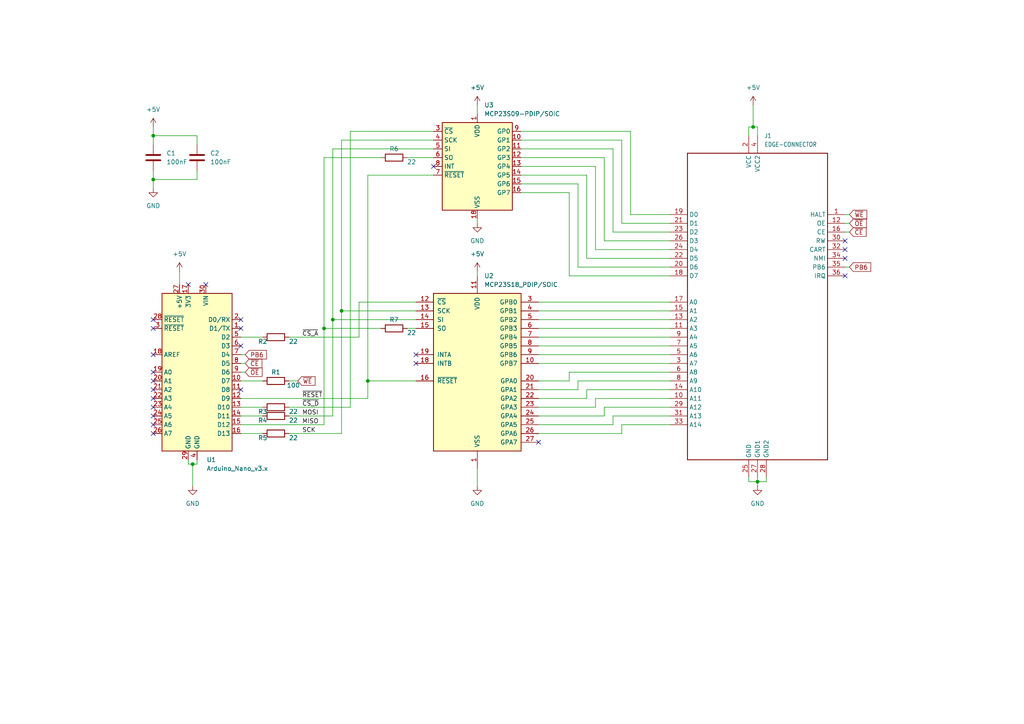
<source format=kicad_sch>
(kicad_sch (version 20211123) (generator eeschema)
  (paper "A4")
  (lib_symbols
    (symbol "Device:C" (pin_numbers hide) (pin_names (offset 0.254))
      (property "Reference" "C" (at 0.635 2.54 0))
      (property "Value" "C" (at 0.635 -2.54 0))
      (symbol "C_0_1"
        (polyline (pts (xy -2.032 -0.762) (xy 2.032 -0.762)) (stroke (width 0.508)))
        (polyline (pts (xy -2.032 0.762) (xy 2.032 0.762)) (stroke (width 0.508)))
      )
      (symbol "C_1_1"
        (pin passive line (at 0 3.81 270) (length 2.794) (name "~") (number "1"))
        (pin passive line (at 0 -3.81 90) (length 2.794) (name "~") (number "2"))
      )
    )
    (symbol "Device:R" (pin_numbers hide) (pin_names (offset 0))
      (property "Reference" "R" (at 2.032 0 90))
      (property "Value" "R" (at 0 0 90))
      (symbol "R_0_1"
        (rectangle (start -1.016 -2.54) (end 1.016 2.54) (stroke (width 0.254)))
      )
      (symbol "R_1_1"
        (pin passive line (at 0 3.81 270) (length 1.27) (name "~") (number "1"))
        (pin passive line (at 0 -3.81 90) (length 1.27) (name "~") (number "2"))
      )
    )
    (symbol "MCP23S08:MCP23S08-xP"
      (property "Reference" "U3" (at 2.0194 17.78 0))
      (property "Value" "MCP23S09-PDIP{slash}SOIC" (at 2.0194 15.24 0))
      (symbol "MCP23S08-xP_0_1"
        (rectangle (start -10.16 12.7) (end 10.16 -12.7) (stroke (width 0.254)) (fill (type background)))
      )
      (symbol "MCP23S08-xP_1_1"
        (pin power_in line (at 0 15.24 270) (length 2.54) (name "VDD") (number "1"))
        (pin bidirectional line (at 12.7 7.62 180) (length 2.54) (name "GP1") (number "10"))
        (pin bidirectional line (at 12.7 5.08 180) (length 2.54) (name "GP2") (number "11"))
        (pin bidirectional line (at 12.7 2.54 180) (length 2.54) (name "GP3") (number "12"))
        (pin bidirectional line (at 12.7 0 180) (length 2.54) (name "GP4") (number "13"))
        (pin bidirectional line (at 12.7 -2.54 180) (length 2.54) (name "GP5") (number "14"))
        (pin bidirectional line (at 12.7 -5.08 180) (length 2.54) (name "GP6") (number "15"))
        (pin bidirectional line (at 12.7 -7.62 180) (length 2.54) (name "GP7") (number "16"))
        (pin no_connect line (at -12.7 -10.16 0) (length 2.54) hide (name "NC") (number "17"))
        (pin power_in line (at 0 -15.24 90) (length 2.54) (name "VSS") (number "18"))
        (pin no_connect line (at -12.7 -7.62 0) (length 2.54) hide (name "NC") (number "2"))
        (pin input line (at -12.7 10.16 0) (length 2.54) (name "~{CS}") (number "3"))
        (pin input line (at -12.7 7.62 0) (length 2.54) (name "SCK") (number "4"))
        (pin input line (at -12.7 5.08 0) (length 2.54) (name "SI") (number "5"))
        (pin output line (at -12.7 2.54 0) (length 2.54) (name "SO") (number "6"))
        (pin input line (at -12.7 -2.54 0) (length 2.54) (name "~{RESET}") (number "7"))
        (pin output line (at -12.7 0 0) (length 2.54) (name "INT") (number "8"))
        (pin bidirectional line (at 12.7 10.16 180) (length 2.54) (name "GP0") (number "9"))
      )
    )
    (symbol "MCU_Module:Arduino_Nano_v3.x"
      (property "Reference" "A" (at -10.16 23.495 0))
      (property "Value" "Arduino_Nano_v3.x" (at 5.08 -24.13 0))
      (symbol "Arduino_Nano_v3.x_0_1"
        (rectangle (start -10.16 22.86) (end 10.16 -22.86) (stroke (width 0.254)) (fill (type background)))
      )
      (symbol "Arduino_Nano_v3.x_1_1"
        (pin bidirectional line (at -12.7 12.7 0) (length 2.54) (name "D1/TX") (number "1"))
        (pin bidirectional line (at -12.7 -2.54 0) (length 2.54) (name "D7") (number "10"))
        (pin bidirectional line (at -12.7 -5.08 0) (length 2.54) (name "D8") (number "11"))
        (pin bidirectional line (at -12.7 -7.62 0) (length 2.54) (name "D9") (number "12"))
        (pin bidirectional line (at -12.7 -10.16 0) (length 2.54) (name "D10") (number "13"))
        (pin bidirectional line (at -12.7 -12.7 0) (length 2.54) (name "D11") (number "14"))
        (pin bidirectional line (at -12.7 -15.24 0) (length 2.54) (name "D12") (number "15"))
        (pin bidirectional line (at -12.7 -17.78 0) (length 2.54) (name "D13") (number "16"))
        (pin power_out line (at 2.54 25.4 270) (length 2.54) (name "3V3") (number "17"))
        (pin input line (at 12.7 5.08 180) (length 2.54) (name "AREF") (number "18"))
        (pin bidirectional line (at 12.7 0 180) (length 2.54) (name "A0") (number "19"))
        (pin bidirectional line (at -12.7 15.24 0) (length 2.54) (name "D0/RX") (number "2"))
        (pin bidirectional line (at 12.7 -2.54 180) (length 2.54) (name "A1") (number "20"))
        (pin bidirectional line (at 12.7 -5.08 180) (length 2.54) (name "A2") (number "21"))
        (pin bidirectional line (at 12.7 -7.62 180) (length 2.54) (name "A3") (number "22"))
        (pin bidirectional line (at 12.7 -10.16 180) (length 2.54) (name "A4") (number "23"))
        (pin bidirectional line (at 12.7 -12.7 180) (length 2.54) (name "A5") (number "24"))
        (pin bidirectional line (at 12.7 -15.24 180) (length 2.54) (name "A6") (number "25"))
        (pin bidirectional line (at 12.7 -17.78 180) (length 2.54) (name "A7") (number "26"))
        (pin power_out line (at 5.08 25.4 270) (length 2.54) (name "+5V") (number "27"))
        (pin input line (at 12.7 15.24 180) (length 2.54) (name "~{RESET}") (number "28"))
        (pin power_in line (at 2.54 -25.4 90) (length 2.54) (name "GND") (number "29"))
        (pin input line (at 12.7 12.7 180) (length 2.54) (name "~{RESET}") (number "3"))
        (pin power_in line (at -2.54 25.4 270) (length 2.54) (name "VIN") (number "30"))
        (pin power_in line (at 0 -25.4 90) (length 2.54) (name "GND") (number "4"))
        (pin bidirectional line (at -12.7 10.16 0) (length 2.54) (name "D2") (number "5"))
        (pin bidirectional line (at -12.7 7.62 0) (length 2.54) (name "D3") (number "6"))
        (pin bidirectional line (at -12.7 5.08 0) (length 2.54) (name "D4") (number "7"))
        (pin bidirectional line (at -12.7 2.54 0) (length 2.54) (name "D5") (number "8"))
        (pin bidirectional line (at -12.7 0 0) (length 2.54) (name "D6") (number "9"))
      )
    )
    (symbol "Vectrex:EDGE-CONNECTOR"
      (property "Value" "EDGE-CONNECTOR" (at 22.86 -55.88 0))
      (symbol "EDGE-CONNECTOR_1_0"
        (polyline (pts (xy -7.62 -53.34) (xy -7.62 35.56)) (stroke (width 0.254)))
        (polyline (pts (xy -7.62 35.56) (xy 33.02 35.56)) (stroke (width 0.254)))
        (polyline (pts (xy 33.02 -53.34) (xy -7.62 -53.34)) (stroke (width 0.254)))
        (polyline (pts (xy 33.02 35.56) (xy 33.02 -53.34)) (stroke (width 0.254)))
        (pin bidirectional line (at 38.1 17.78 180) (length 5.08) (name "HALT") (number "1"))
        (pin bidirectional line (at -12.7 -35.56 0) (length 5.08) (name "A11") (number "10"))
        (pin bidirectional line (at -12.7 -15.24 0) (length 5.08) (name "A3") (number "11"))
        (pin bidirectional line (at 38.1 15.24 180) (length 5.08) (name "OE") (number "12"))
        (pin bidirectional line (at -12.7 -12.7 0) (length 5.08) (name "A2") (number "13"))
        (pin bidirectional line (at -12.7 -33.02 0) (length 5.08) (name "A10") (number "14"))
        (pin bidirectional line (at -12.7 -10.16 0) (length 5.08) (name "A1") (number "15"))
        (pin bidirectional line (at 38.1 12.7 180) (length 5.08) (name "CE") (number "16"))
        (pin bidirectional line (at -12.7 -7.62 0) (length 5.08) (name "A0") (number "17"))
        (pin bidirectional line (at -12.7 0 0) (length 5.08) (name "D7") (number "18"))
        (pin bidirectional line (at -12.7 17.78 0) (length 5.08) (name "D0") (number "19"))
        (pin bidirectional line (at 10.16 40.64 270) (length 5.08) (name "VCC") (number "2"))
        (pin bidirectional line (at -12.7 2.54 0) (length 5.08) (name "D6") (number "20"))
        (pin bidirectional line (at -12.7 15.24 0) (length 5.08) (name "D1") (number "21"))
        (pin bidirectional line (at -12.7 5.08 0) (length 5.08) (name "D5") (number "22"))
        (pin bidirectional line (at -12.7 12.7 0) (length 5.08) (name "D2") (number "23"))
        (pin bidirectional line (at -12.7 7.62 0) (length 5.08) (name "D4") (number "24"))
        (pin bidirectional line (at 10.16 -58.42 90) (length 5.08) (name "GND") (number "25"))
        (pin bidirectional line (at -12.7 10.16 0) (length 5.08) (name "D3") (number "26"))
        (pin bidirectional line (at 12.7 -58.42 90) (length 5.08) (name "GND1") (number "27"))
        (pin bidirectional line (at 15.24 -58.42 90) (length 5.08) (name "GND2") (number "28"))
        (pin bidirectional line (at -12.7 -38.1 0) (length 5.08) (name "A12") (number "29"))
        (pin bidirectional line (at -12.7 -25.4 0) (length 5.08) (name "A7") (number "3"))
        (pin bidirectional line (at 38.1 10.16 180) (length 5.08) (name "RW") (number "30"))
        (pin bidirectional line (at -12.7 -40.64 0) (length 5.08) (name "A13") (number "31"))
        (pin bidirectional line (at 38.1 7.62 180) (length 5.08) (name "CART") (number "32"))
        (pin bidirectional line (at -12.7 -43.18 0) (length 5.08) (name "A14") (number "33"))
        (pin bidirectional line (at 38.1 5.08 180) (length 5.08) (name "NMI") (number "34"))
        (pin bidirectional line (at 38.1 2.54 180) (length 5.08) (name "PB6") (number "35"))
        (pin bidirectional line (at 38.1 0 180) (length 5.08) (name "IRQ") (number "36"))
        (pin bidirectional line (at 12.7 40.64 270) (length 5.08) (name "VCC2") (number "4"))
        (pin bidirectional line (at -12.7 -22.86 0) (length 5.08) (name "A6") (number "5"))
        (pin bidirectional line (at -12.7 -27.94 0) (length 5.08) (name "A8") (number "6"))
        (pin bidirectional line (at -12.7 -20.32 0) (length 5.08) (name "A5") (number "7"))
        (pin bidirectional line (at -12.7 -30.48 0) (length 5.08) (name "A9") (number "8"))
        (pin bidirectional line (at -12.7 -17.78 0) (length 5.08) (name "A4") (number "9"))
      )
    )
    (symbol "Vectrex:MCP23S17_PDIP{slash}SOIC" (pin_names (offset 1.016))
      (property "Reference" "U2" (at 2.0194 27.94 0))
      (property "Value" "MCP23S17_PDIP{slash}SOIC" (at 2.0194 25.4 0))
      (symbol "MCP23S17_PDIP{slash}SOIC_0_1"
        (rectangle (start -12.7 22.86) (end 12.7 -22.86) (stroke (width 0.254)) (fill (type background)))
      )
      (symbol "MCP23S17_PDIP{slash}SOIC_1_1"
        (pin power_in line (at 0 -27.94 90) (length 5.08) (name "VSS") (number "1"))
        (pin bidirectional line (at 17.78 2.54 180) (length 5.08) (name "GPB7") (number "10"))
        (pin power_in line (at 0 27.94 270) (length 5.08) (name "VDD") (number "11"))
        (pin input line (at -17.78 20.32 0) (length 5.08) (name "~{CS}") (number "12"))
        (pin input line (at -17.78 17.78 0) (length 5.08) (name "SCK") (number "13"))
        (pin input line (at -17.78 15.24 0) (length 5.08) (name "SI") (number "14"))
        (pin output line (at -17.78 12.7 0) (length 5.08) (name "SO") (number "15"))
        (pin input line (at -17.78 -2.54 0) (length 5.08) (name "~{RESET}") (number "16"))
        (pin no_connect line (at -17.78 -17.78 0) (length 5.08) hide (name "NC") (number "17"))
        (pin tri_state line (at -17.78 2.54 0) (length 5.08) (name "INTB") (number "18"))
        (pin tri_state line (at -17.78 5.08 0) (length 5.08) (name "INTA") (number "19"))
        (pin no_connect line (at -17.78 -15.24 0) (length 5.08) hide (name "NC") (number "2"))
        (pin bidirectional line (at 17.78 -2.54 180) (length 5.08) (name "GPA0") (number "20"))
        (pin bidirectional line (at 17.78 -5.08 180) (length 5.08) (name "GPA1") (number "21"))
        (pin bidirectional line (at 17.78 -7.62 180) (length 5.08) (name "GPA2") (number "22"))
        (pin bidirectional line (at 17.78 -10.16 180) (length 5.08) (name "GPA3") (number "23"))
        (pin bidirectional line (at 17.78 -12.7 180) (length 5.08) (name "GPA4") (number "24"))
        (pin bidirectional line (at 17.78 -15.24 180) (length 5.08) (name "GPA5") (number "25"))
        (pin bidirectional line (at 17.78 -17.78 180) (length 5.08) (name "GPA6") (number "26"))
        (pin bidirectional line (at 17.78 -20.32 180) (length 5.08) (name "GPA7") (number "27"))
        (pin no_connect line (at -17.78 -20.32 0) (length 5.08) hide (name "NC") (number "28"))
        (pin bidirectional line (at 17.78 20.32 180) (length 5.08) (name "GPB0") (number "3"))
        (pin bidirectional line (at 17.78 17.78 180) (length 5.08) (name "GPB1") (number "4"))
        (pin bidirectional line (at 17.78 15.24 180) (length 5.08) (name "GPB2") (number "5"))
        (pin bidirectional line (at 17.78 12.7 180) (length 5.08) (name "GPB3") (number "6"))
        (pin bidirectional line (at 17.78 10.16 180) (length 5.08) (name "GPB4") (number "7"))
        (pin bidirectional line (at 17.78 7.62 180) (length 5.08) (name "GPB5") (number "8"))
        (pin bidirectional line (at 17.78 5.08 180) (length 5.08) (name "GPB6") (number "9"))
      )
    )
    (symbol "power:+5V" (power) (pin_names (offset 0))
      (property "Value" "+5V" (at 0 3.556 0))
      (symbol "+5V_0_1"
        (polyline (pts (xy -0.762 1.27) (xy 0 2.54)))
        (polyline (pts (xy 0 0) (xy 0 2.54)))
        (polyline (pts (xy 0 2.54) (xy 0.762 1.27)))
      )
      (symbol "+5V_1_1"
        (pin power_in line (at 0 0 90) (length 0) hide (name "+5V") (number "1"))
      )
    )
    (symbol "power:GND" (power) (pin_names (offset 0))
      (property "Value" "GND" (at 0 -3.81 0))
      (symbol "GND_0_1"
        (polyline (pts (xy 0 0) (xy 0 -1.27) (xy 1.27 -1.27) (xy 0 -2.54) (xy -1.27 -1.27) (xy 0 -1.27)))
      )
      (symbol "GND_1_1"
        (pin power_in line (at 0 0 270) (length 0) hide (name "GND") (number "1"))
      )
    )
  )
  (junction (at 44.45 52.07))
  (junction (at 99.06 90.17))
  (junction (at 106.68 110.49))
  (junction (at 44.45 39.37))
  (junction (at 219.71 139.7))
  (junction (at 218.44 36.83))
  (junction (at 96.52 92.71))
  (junction (at 55.88 134.62))
  (junction (at 93.98 95.25))
  (no_connect (at 125.73 48.26))
  (no_connect (at 120.65 102.87))
  (no_connect (at 120.65 105.41))
  (no_connect (at 69.85 113.03))
  (no_connect (at 59.69 82.55))
  (no_connect (at 69.85 100.33))
  (no_connect (at 44.45 107.95))
  (no_connect (at 44.45 102.87))
  (no_connect (at 44.45 125.73))
  (no_connect (at 44.45 123.19))
  (no_connect (at 44.45 120.65))
  (no_connect (at 44.45 118.11))
  (no_connect (at 44.45 115.57))
  (no_connect (at 44.45 113.03))
  (no_connect (at 44.45 110.49))
  (no_connect (at 156.21 128.27))
  (no_connect (at 245.11 69.85))
  (no_connect (at 245.11 72.39))
  (no_connect (at 245.11 74.93))
  (no_connect (at 245.11 80.01))
  (no_connect (at 69.85 92.71))
  (no_connect (at 69.85 95.25))
  (no_connect (at 54.61 82.55))
  (no_connect (at 44.45 95.25))
  (no_connect (at 44.45 92.71))
  (wire (pts (xy 165.1 107.95) (xy 194.31 107.95)))
  (wire (pts (xy 194.31 118.11) (xy 175.26 118.11)))
  (wire (pts (xy 182.88 62.23) (xy 194.31 62.23)))
  (wire (pts (xy 93.98 95.25) (xy 93.98 123.19)))
  (wire (pts (xy 156.21 113.03) (xy 167.64 113.03)))
  (wire (pts (xy 156.21 87.63) (xy 194.31 87.63)))
  (wire (pts (xy 93.98 45.72) (xy 110.49 45.72)))
  (wire (pts (xy 156.21 105.41) (xy 194.31 105.41)))
  (wire (pts (xy 165.1 110.49) (xy 165.1 107.95)))
  (wire (pts (xy 151.13 50.8) (xy 170.18 50.8)))
  (wire (pts (xy 219.71 139.7) (xy 222.25 139.7)))
  (wire (pts (xy 69.85 102.87) (xy 71.12 102.87)))
  (wire (pts (xy 165.1 80.01) (xy 194.31 80.01)))
  (wire (pts (xy 138.43 78.74) (xy 138.43 80.01)))
  (wire (pts (xy 219.71 138.43) (xy 219.71 139.7)))
  (wire (pts (xy 170.18 74.93) (xy 194.31 74.93)))
  (wire (pts (xy 194.31 113.03) (xy 170.18 113.03)))
  (wire (pts (xy 177.8 67.31) (xy 177.8 43.18)))
  (wire (pts (xy 104.14 97.79) (xy 104.14 87.63)))
  (wire (pts (xy 54.61 134.62) (xy 55.88 134.62)))
  (wire (pts (xy 167.64 53.34) (xy 151.13 53.34)))
  (wire (pts (xy 175.26 118.11) (xy 175.26 120.65)))
  (wire (pts (xy 57.15 39.37) (xy 57.15 41.91)))
  (wire (pts (xy 44.45 41.91) (xy 44.45 39.37)))
  (wire (pts (xy 175.26 45.72) (xy 175.26 69.85)))
  (wire (pts (xy 138.43 30.48) (xy 138.43 33.02)))
  (wire (pts (xy 170.18 115.57) (xy 156.21 115.57)))
  (wire (pts (xy 177.8 43.18) (xy 151.13 43.18)))
  (wire (pts (xy 175.26 69.85) (xy 194.31 69.85)))
  (wire (pts (xy 180.34 125.73) (xy 156.21 125.73)))
  (wire (pts (xy 156.21 118.11) (xy 172.72 118.11)))
  (wire (pts (xy 180.34 40.64) (xy 180.34 64.77)))
  (wire (pts (xy 99.06 90.17) (xy 120.65 90.17)))
  (wire (pts (xy 55.88 134.62) (xy 57.15 134.62)))
  (wire (pts (xy 99.06 40.64) (xy 125.73 40.64)))
  (wire (pts (xy 151.13 48.26) (xy 172.72 48.26)))
  (wire (pts (xy 52.07 78.74) (xy 52.07 82.55)))
  (wire (pts (xy 172.72 118.11) (xy 172.72 115.57)))
  (wire (pts (xy 96.52 120.65) (xy 96.52 92.71)))
  (wire (pts (xy 172.72 48.26) (xy 172.72 72.39)))
  (wire (pts (xy 167.64 110.49) (xy 194.31 110.49)))
  (wire (pts (xy 156.21 110.49) (xy 165.1 110.49)))
  (wire (pts (xy 44.45 52.07) (xy 44.45 54.61)))
  (wire (pts (xy 44.45 52.07) (xy 57.15 52.07)))
  (wire (pts (xy 156.21 97.79) (xy 194.31 97.79)))
  (wire (pts (xy 69.85 110.49) (xy 76.2 110.49)))
  (wire (pts (xy 170.18 113.03) (xy 170.18 115.57)))
  (wire (pts (xy 151.13 40.64) (xy 180.34 40.64)))
  (wire (pts (xy 167.64 77.47) (xy 167.64 53.34)))
  (wire (pts (xy 44.45 39.37) (xy 57.15 39.37)))
  (wire (pts (xy 69.85 115.57) (xy 106.68 115.57)))
  (wire (pts (xy 245.11 77.47) (xy 246.38 77.47)))
  (wire (pts (xy 245.11 64.77) (xy 246.38 64.77)))
  (wire (pts (xy 96.52 92.71) (xy 96.52 43.18)))
  (wire (pts (xy 156.21 102.87) (xy 194.31 102.87)))
  (wire (pts (xy 106.68 110.49) (xy 120.65 110.49)))
  (wire (pts (xy 194.31 123.19) (xy 180.34 123.19)))
  (wire (pts (xy 245.11 62.23) (xy 246.38 62.23)))
  (wire (pts (xy 218.44 36.83) (xy 219.71 36.83)))
  (wire (pts (xy 44.45 49.53) (xy 44.45 52.07)))
  (wire (pts (xy 101.6 118.11) (xy 83.82 118.11)))
  (wire (pts (xy 219.71 139.7) (xy 219.71 140.97)))
  (wire (pts (xy 96.52 92.71) (xy 120.65 92.71)))
  (wire (pts (xy 138.43 135.89) (xy 138.43 140.97)))
  (wire (pts (xy 69.85 107.95) (xy 71.12 107.95)))
  (wire (pts (xy 218.44 36.83) (xy 217.17 36.83)))
  (wire (pts (xy 118.11 95.25) (xy 120.65 95.25)))
  (wire (pts (xy 245.11 67.31) (xy 246.38 67.31)))
  (wire (pts (xy 151.13 38.1) (xy 182.88 38.1)))
  (wire (pts (xy 222.25 139.7) (xy 222.25 138.43)))
  (wire (pts (xy 177.8 120.65) (xy 194.31 120.65)))
  (wire (pts (xy 156.21 100.33) (xy 194.31 100.33)))
  (wire (pts (xy 101.6 38.1) (xy 101.6 118.11)))
  (wire (pts (xy 69.85 105.41) (xy 71.12 105.41)))
  (wire (pts (xy 172.72 72.39) (xy 194.31 72.39)))
  (wire (pts (xy 57.15 52.07) (xy 57.15 49.53)))
  (wire (pts (xy 219.71 36.83) (xy 219.71 39.37)))
  (wire (pts (xy 217.17 36.83) (xy 217.17 39.37)))
  (wire (pts (xy 156.21 92.71) (xy 194.31 92.71)))
  (wire (pts (xy 99.06 90.17) (xy 99.06 40.64)))
  (wire (pts (xy 151.13 45.72) (xy 175.26 45.72)))
  (wire (pts (xy 104.14 87.63) (xy 120.65 87.63)))
  (wire (pts (xy 194.31 67.31) (xy 177.8 67.31)))
  (wire (pts (xy 96.52 43.18) (xy 125.73 43.18)))
  (wire (pts (xy 69.85 125.73) (xy 76.2 125.73)))
  (wire (pts (xy 83.82 125.73) (xy 99.06 125.73)))
  (wire (pts (xy 218.44 30.48) (xy 218.44 36.83)))
  (wire (pts (xy 93.98 95.25) (xy 110.49 95.25)))
  (wire (pts (xy 172.72 115.57) (xy 194.31 115.57)))
  (wire (pts (xy 83.82 97.79) (xy 104.14 97.79)))
  (wire (pts (xy 83.82 110.49) (xy 86.36 110.49)))
  (wire (pts (xy 93.98 45.72) (xy 93.98 95.25)))
  (wire (pts (xy 69.85 118.11) (xy 76.2 118.11)))
  (wire (pts (xy 156.21 95.25) (xy 194.31 95.25)))
  (wire (pts (xy 125.73 50.8) (xy 106.68 50.8)))
  (wire (pts (xy 106.68 110.49) (xy 106.68 115.57)))
  (wire (pts (xy 54.61 133.35) (xy 54.61 134.62)))
  (wire (pts (xy 55.88 134.62) (xy 55.88 140.97)))
  (wire (pts (xy 57.15 134.62) (xy 57.15 133.35)))
  (wire (pts (xy 156.21 123.19) (xy 177.8 123.19)))
  (wire (pts (xy 106.68 50.8) (xy 106.68 110.49)))
  (wire (pts (xy 175.26 120.65) (xy 156.21 120.65)))
  (wire (pts (xy 165.1 55.88) (xy 165.1 80.01)))
  (wire (pts (xy 118.11 45.72) (xy 125.73 45.72)))
  (wire (pts (xy 69.85 97.79) (xy 76.2 97.79)))
  (wire (pts (xy 217.17 139.7) (xy 219.71 139.7)))
  (wire (pts (xy 217.17 138.43) (xy 217.17 139.7)))
  (wire (pts (xy 138.43 63.5) (xy 138.43 64.77)))
  (wire (pts (xy 83.82 120.65) (xy 96.52 120.65)))
  (wire (pts (xy 167.64 113.03) (xy 167.64 110.49)))
  (wire (pts (xy 156.21 90.17) (xy 194.31 90.17)))
  (wire (pts (xy 180.34 64.77) (xy 194.31 64.77)))
  (wire (pts (xy 170.18 50.8) (xy 170.18 74.93)))
  (wire (pts (xy 69.85 120.65) (xy 76.2 120.65)))
  (wire (pts (xy 151.13 55.88) (xy 165.1 55.88)))
  (wire (pts (xy 182.88 38.1) (xy 182.88 62.23)))
  (wire (pts (xy 177.8 123.19) (xy 177.8 120.65)))
  (wire (pts (xy 99.06 125.73) (xy 99.06 90.17)))
  (wire (pts (xy 194.31 77.47) (xy 167.64 77.47)))
  (wire (pts (xy 101.6 38.1) (xy 125.73 38.1)))
  (wire (pts (xy 180.34 123.19) (xy 180.34 125.73)))
  (wire (pts (xy 44.45 36.83) (xy 44.45 39.37)))
  (wire (pts (xy 69.85 123.19) (xy 93.98 123.19)))
  (label "~{CS_D}" (at 87.63 118.11 0))
  (label "~{RESET}" (at 87.63 115.57 0))
  (label "~{CS_A}" (at 87.63 97.79 0))
  (label "MISO" (at 87.63 123.19 0))
  (label "MOSI" (at 87.63 120.65 0))
  (label "SCK" (at 87.63 125.73 0))
  (global_label "PB6" (shape input) (at 246.38 77.47 0) (property "Intersheet References" "${INTERSHEET_REFS}" (effects hide)))
  (global_label "PB6" (shape input) (at 71.12 102.87 0) (property "Intersheet References" "${INTERSHEET_REFS}" (effects hide)))
  (global_label "~{CE}" (shape input) (at 246.38 67.31 0) (property "Intersheet References" "${INTERSHEET_REFS}" (effects hide)))
  (global_label "~{CE}" (shape input) (at 71.12 105.41 0) (property "Intersheet References" "${INTERSHEET_REFS}" (effects hide)))
  (global_label "~{OE}" (shape input) (at 246.38 64.77 0) (property "Intersheet References" "${INTERSHEET_REFS}" (effects hide)))
  (global_label "~{WE}" (shape input) (at 86.36 110.49 0) (property "Intersheet References" "${INTERSHEET_REFS}" (effects hide)))
  (global_label "~{WE}" (shape input) (at 246.38 62.23 0) (property "Intersheet References" "${INTERSHEET_REFS}" (effects hide)))
  (global_label "~{OE}" (shape input) (at 71.12 107.95 0) (property "Intersheet References" "${INTERSHEET_REFS}" (effects hide)))
  (symbol (lib_id "power:GND") (at 138.43 140.97 0) (unit 1)
    (property "Reference" "#PWR0107" (effects hide))
    (property "Value" "GND" (at 138.43 146.05 0))
  )
  (symbol (lib_id "Device:R") (at 80.01 110.49 90) (unit 1)
    (property "Reference" "R1" (at 80.01 107.95 90))
    (property "Value" "100" (at 85.09 111.76 90))
    (property "Footprint" "Resistor_SMD:R_0805_2012Metric" (effects hide))
  )
  (symbol (lib_id "Device:R") (at 114.3 45.72 90) (unit 1)
    (property "Reference" "R6" (at 114.3 43.18 90))
    (property "Value" "22" (at 119.38 46.99 90))
    (property "Footprint" "Resistor_SMD:R_0805_2012Metric" (effects hide))
  )
  (symbol (lib_id "power:GND") (at 219.71 140.97 0) (unit 1)
    (property "Reference" "#PWR0106" (effects hide))
    (property "Value" "GND" (at 219.71 146.05 0))
  )
  (symbol (lib_id "power:+5V") (at 44.45 36.83 0) (unit 1)
    (property "Reference" "#PWR0109" (effects hide))
    (property "Value" "+5V" (at 44.45 31.75 0))
  )
  (symbol (lib_id "MCP23S08:MCP23S08-xP") (at 138.43 48.26 0) (unit 1)
    (property "Reference" "U3" (at 140.4494 30.48 0) (effects (justify left)))
    (property "Value" "MCP23S09-PDIP/SOIC" (at 140.4494 33.02 0) (effects (justify left)))
    (property "Footprint" "Package_SO:SOIC-18W_7.5x11.6mm_P1.27mm" (effects hide))
    (property "Datasheet" "http://ww1.microchip.com/downloads/en/DeviceDoc/MCP23008-MCP23S08-Data-Sheet-20001919F.pdf" (effects hide))
  )
  (symbol (lib_id "power:+5V") (at 218.44 30.48 0) (unit 1)
    (property "Reference" "#PWR0105" (effects hide))
    (property "Value" "+5V" (at 218.44 25.4 0))
  )
  (symbol (lib_id "Device:C") (at 44.45 45.72 0) (unit 1)
    (property "Reference" "C1" (at 48.26 44.4499 0) (effects (justify left)))
    (property "Value" "100nF" (at 48.26 46.9899 0) (effects (justify left)))
    (property "Footprint" "Capacitor_SMD:C_0805_2012Metric" (effects hide))
  )
  (symbol (lib_id "Vectrex:MCP23S17_PDIP{slash}SOIC") (at 138.43 107.95 0) (unit 1)
    (property "Reference" "U2" (at 140.4494 80.01 0) (effects (justify left)))
    (property "Value" "MCP23S18_PDIP/SOIC" (at 140.4494 82.55 0) (effects (justify left)))
    (property "Footprint" "Package_SO:SOIC-28W_7.5x17.9mm_P1.27mm" (effects hide))
    (property "Datasheet" "http://ww1.microchip.com/downloads/en/DeviceDoc/20001952C.pdf" (effects hide))
  )
  (symbol (lib_id "Device:R") (at 80.01 97.79 90) (unit 1)
    (property "Reference" "R2" (at 76.2 99.06 90))
    (property "Value" "22" (at 85.09 99.06 90))
    (property "Footprint" "Resistor_SMD:R_0805_2012Metric" (effects hide))
  )
  (symbol (lib_id "MCU_Module:Arduino_Nano_v3.x") (at 57.15 107.95 0) (mirror y) (unit 1)
    (property "Reference" "U1" (at 59.9187 133.35 0) (effects (justify right)))
    (property "Value" "Arduino_Nano_v3.x" (at 59.9187 135.89 0) (effects (justify right)))
    (property "Footprint" "Module:Arduino_Nano" (effects hide))
    (property "Datasheet" "http://www.mouser.com/pdfdocs/Gravitech_Arduino_Nano3_0.pdf" (effects hide))
  )
  (symbol (lib_id "power:GND") (at 44.45 54.61 0) (unit 1)
    (property "Reference" "#PWR0110" (effects hide))
    (property "Value" "GND" (at 44.45 59.69 0))
  )
  (symbol (lib_id "power:GND") (at 55.88 140.97 0) (unit 1)
    (property "Reference" "#PWR0108" (effects hide))
    (property "Value" "GND" (at 55.88 146.05 0))
  )
  (symbol (lib_id "Vectrex:EDGE-CONNECTOR") (at 207.01 80.01 0) (unit 1)
    (property "Reference" "J1" (at 221.7294 39.37 0) (effects (font (size 1.27 1.0795)) (justify left)))
    (property "Value" "EDGE-CONNECTOR" (at 221.7294 41.91 0) (effects (font (size 1.27 1.0795)) (justify left)))
    (property "Footprint" "Vectrex:CartridgeHeader_2x18_P2.54mm_Vertical" (effects hide))
  )
  (symbol (lib_id "power:+5V") (at 138.43 78.74 0) (unit 1)
    (property "Reference" "#PWR0102" (effects hide))
    (property "Value" "+5V" (at 138.43 73.66 0))
  )
  (symbol (lib_id "Device:R") (at 80.01 120.65 90) (unit 1)
    (property "Reference" "R4" (at 76.2 121.92 90))
    (property "Value" "22" (at 85.09 121.92 90))
    (property "Footprint" "Resistor_SMD:R_0805_2012Metric" (effects hide))
  )
  (symbol (lib_id "power:+5V") (at 52.07 78.74 0) (unit 1)
    (property "Reference" "#PWR0104" (effects hide))
    (property "Value" "+5V" (at 52.07 73.66 0))
  )
  (symbol (lib_id "Device:C") (at 57.15 45.72 0) (unit 1)
    (property "Reference" "C2" (at 60.96 44.4499 0) (effects (justify left)))
    (property "Value" "100nF" (at 60.96 46.9899 0) (effects (justify left)))
    (property "Footprint" "Capacitor_SMD:C_0805_2012Metric" (effects hide))
  )
  (symbol (lib_id "Device:R") (at 80.01 125.73 90) (unit 1)
    (property "Reference" "R5" (at 76.2 127 90))
    (property "Value" "22" (at 85.09 127 90))
    (property "Footprint" "Resistor_SMD:R_0805_2012Metric" (effects hide))
  )
  (symbol (lib_id "power:+5V") (at 138.43 30.48 0) (unit 1)
    (property "Reference" "#PWR0103" (effects hide))
    (property "Value" "+5V" (at 138.43 25.4 0))
  )
  (symbol (lib_id "power:GND") (at 138.43 64.77 0) (unit 1)
    (property "Reference" "#PWR0101" (effects hide))
    (property "Value" "GND" (at 138.43 69.85 0))
  )
  (symbol (lib_id "Device:R") (at 80.01 118.11 90) (unit 1)
    (property "Reference" "R3" (at 76.2 119.38 90))
    (property "Value" "22" (at 85.09 119.38 90))
    (property "Footprint" "Resistor_SMD:R_0805_2012Metric" (effects hide))
  )
  (symbol (lib_id "Device:R") (at 114.3 95.25 90) (unit 1)
    (property "Reference" "R7" (at 114.3 92.71 90))
    (property "Value" "22" (at 119.38 96.52 90))
    (property "Footprint" "Resistor_SMD:R_0805_2012Metric" (effects hide))
  )
)
</source>
